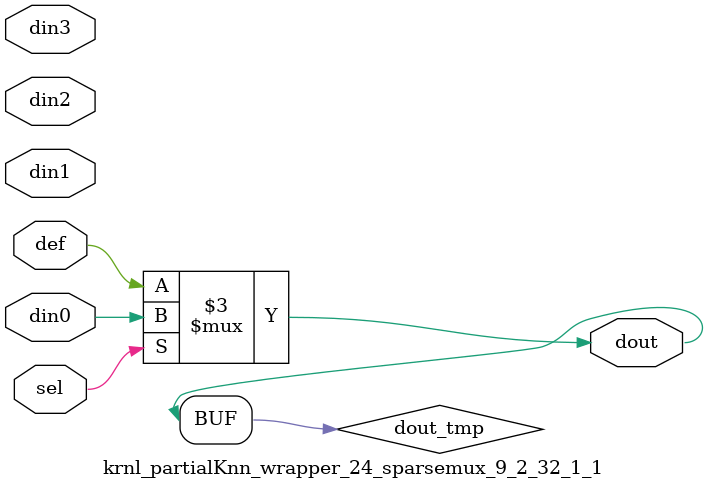
<source format=v>
`timescale 1 ns / 1 ps
module krnl_partialKnn_wrapper_24_sparsemux_9_2_32_1_1 (din0,din1,din2,din3,def,sel,dout);
parameter din0_WIDTH = 1;
parameter din1_WIDTH = 1;
parameter din2_WIDTH = 1;
parameter din3_WIDTH = 1;
parameter def_WIDTH = 1;
parameter sel_WIDTH = 1;
parameter dout_WIDTH = 1;
parameter [sel_WIDTH-1:0] CASE0 = 1;
parameter [sel_WIDTH-1:0] CASE1 = 1;
parameter [sel_WIDTH-1:0] CASE2 = 1;
parameter [sel_WIDTH-1:0] CASE3 = 1;
parameter ID = 1;
parameter NUM_STAGE = 1;
input [din0_WIDTH-1:0] din0;
input [din1_WIDTH-1:0] din1;
input [din2_WIDTH-1:0] din2;
input [din3_WIDTH-1:0] din3;
input [def_WIDTH-1:0] def;
input [sel_WIDTH-1:0] sel;
output [dout_WIDTH-1:0] dout;
reg [dout_WIDTH-1:0] dout_tmp;
always @ (*) begin
case (sel)
    
    CASE0 : dout_tmp = din0;
    
    CASE1 : dout_tmp = din1;
    
    CASE2 : dout_tmp = din2;
    
    CASE3 : dout_tmp = din3;
    
    default : dout_tmp = def;
endcase
end
assign dout = dout_tmp;
endmodule
</source>
